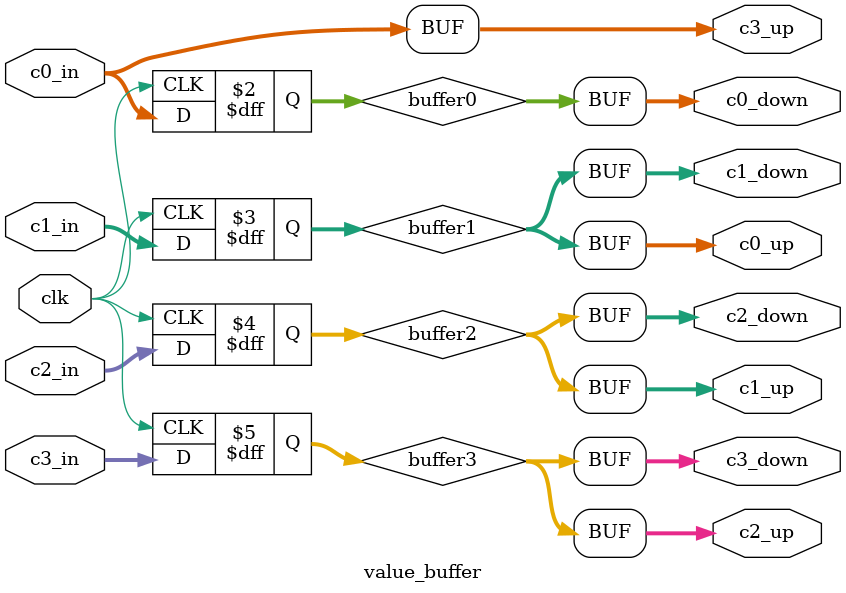
<source format=v>

module value_buffer(
	clk,
	c0_in,
	c1_in,
	c2_in,
	c3_in,
	c0_up,
	c1_up,
	c2_up,
	c3_up,
	c0_down,
	c1_down,
	c2_down,
	c3_down
);
	
input  clk;
input  [63:0] c0_in;
input  [63:0] c1_in;
input  [63:0] c2_in;
input  [63:0] c3_in;

output [63:0] c0_up;
output [63:0] c1_up;
output [63:0] c2_up;
output [63:0] c3_up;

output [63:0] c0_down;
output [63:0] c1_down;
output [63:0] c2_down;
output [63:0] c3_down;

reg [63:0] buffer0;
reg [63:0] buffer1;
reg [63:0] buffer2;
reg [63:0] buffer3;

// Buffer inputs by a single cycle.
always@(posedge clk) begin
  buffer0 <= c0_in;
  buffer1 <= c1_in;
  buffer2 <= c2_in;
  buffer3 <= c3_in; 
  end

// Assign outputs.
assign c0_down = buffer0;
assign c1_down = buffer1;
assign c2_down = buffer2;
assign c3_down = buffer3;

assign c0_up = buffer1;
assign c1_up = buffer2;
assign c2_up = buffer3;
assign c3_up = c0_in;
  
endmodule

</source>
